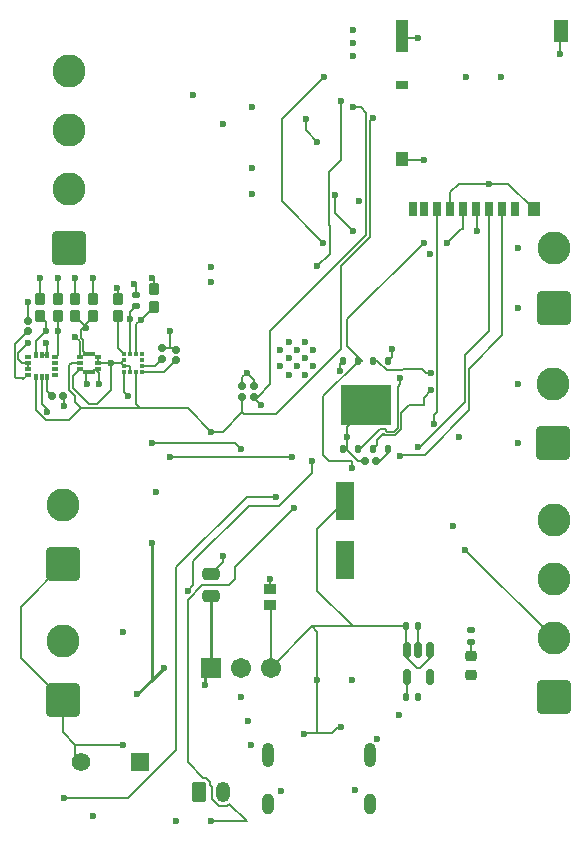
<source format=gbr>
G04 #@! TF.GenerationSoftware,KiCad,Pcbnew,9.0.3*
G04 #@! TF.CreationDate,2025-12-20T12:13:59-05:00*
G04 #@! TF.ProjectId,Experimental,45787065-7269-46d6-956e-74616c2e6b69,rev?*
G04 #@! TF.SameCoordinates,Original*
G04 #@! TF.FileFunction,Copper,L4,Bot*
G04 #@! TF.FilePolarity,Positive*
%FSLAX46Y46*%
G04 Gerber Fmt 4.6, Leading zero omitted, Abs format (unit mm)*
G04 Created by KiCad (PCBNEW 9.0.3) date 2025-12-20 12:13:59*
%MOMM*%
%LPD*%
G01*
G04 APERTURE LIST*
G04 Aperture macros list*
%AMRoundRect*
0 Rectangle with rounded corners*
0 $1 Rounding radius*
0 $2 $3 $4 $5 $6 $7 $8 $9 X,Y pos of 4 corners*
0 Add a 4 corners polygon primitive as box body*
4,1,4,$2,$3,$4,$5,$6,$7,$8,$9,$2,$3,0*
0 Add four circle primitives for the rounded corners*
1,1,$1+$1,$2,$3*
1,1,$1+$1,$4,$5*
1,1,$1+$1,$6,$7*
1,1,$1+$1,$8,$9*
0 Add four rect primitives between the rounded corners*
20,1,$1+$1,$2,$3,$4,$5,0*
20,1,$1+$1,$4,$5,$6,$7,0*
20,1,$1+$1,$6,$7,$8,$9,0*
20,1,$1+$1,$8,$9,$2,$3,0*%
G04 Aperture macros list end*
G04 #@! TA.AperFunction,SMDPad,CuDef*
%ADD10R,0.610000X0.350000*%
G04 #@! TD*
G04 #@! TA.AperFunction,SMDPad,CuDef*
%ADD11R,0.350000X0.610000*%
G04 #@! TD*
G04 #@! TA.AperFunction,HeatsinkPad*
%ADD12O,1.000000X2.100000*%
G04 #@! TD*
G04 #@! TA.AperFunction,HeatsinkPad*
%ADD13O,1.000000X1.800000*%
G04 #@! TD*
G04 #@! TA.AperFunction,ComponentPad*
%ADD14RoundRect,0.250000X-0.350000X-0.625000X0.350000X-0.625000X0.350000X0.625000X-0.350000X0.625000X0*%
G04 #@! TD*
G04 #@! TA.AperFunction,ComponentPad*
%ADD15O,1.200000X1.750000*%
G04 #@! TD*
G04 #@! TA.AperFunction,ComponentPad*
%ADD16RoundRect,0.250001X1.149999X-1.149999X1.149999X1.149999X-1.149999X1.149999X-1.149999X-1.149999X0*%
G04 #@! TD*
G04 #@! TA.AperFunction,ComponentPad*
%ADD17C,2.800000*%
G04 #@! TD*
G04 #@! TA.AperFunction,ComponentPad*
%ADD18R,1.575000X1.575000*%
G04 #@! TD*
G04 #@! TA.AperFunction,ComponentPad*
%ADD19C,1.575000*%
G04 #@! TD*
G04 #@! TA.AperFunction,HeatsinkPad*
%ADD20C,0.600000*%
G04 #@! TD*
G04 #@! TA.AperFunction,SMDPad,CuDef*
%ADD21RoundRect,0.158750X-0.158750X-0.158750X0.158750X-0.158750X0.158750X0.158750X-0.158750X0.158750X0*%
G04 #@! TD*
G04 #@! TA.AperFunction,SMDPad,CuDef*
%ADD22RoundRect,0.140000X0.140000X0.170000X-0.140000X0.170000X-0.140000X-0.170000X0.140000X-0.170000X0*%
G04 #@! TD*
G04 #@! TA.AperFunction,SMDPad,CuDef*
%ADD23RoundRect,0.116250X0.348750X-0.358750X0.348750X0.358750X-0.348750X0.358750X-0.348750X-0.358750X0*%
G04 #@! TD*
G04 #@! TA.AperFunction,SMDPad,CuDef*
%ADD24RoundRect,0.140000X0.170000X-0.140000X0.170000X0.140000X-0.170000X0.140000X-0.170000X-0.140000X0*%
G04 #@! TD*
G04 #@! TA.AperFunction,SMDPad,CuDef*
%ADD25RoundRect,0.015750X0.174250X-0.159250X0.174250X0.159250X-0.174250X0.159250X-0.174250X-0.159250X0*%
G04 #@! TD*
G04 #@! TA.AperFunction,SMDPad,CuDef*
%ADD26RoundRect,0.250000X-0.475000X0.250000X-0.475000X-0.250000X0.475000X-0.250000X0.475000X0.250000X0*%
G04 #@! TD*
G04 #@! TA.AperFunction,SMDPad,CuDef*
%ADD27RoundRect,0.116250X-0.348750X0.358750X-0.348750X-0.358750X0.348750X-0.358750X0.348750X0.358750X0*%
G04 #@! TD*
G04 #@! TA.AperFunction,SMDPad,CuDef*
%ADD28R,0.700000X1.200000*%
G04 #@! TD*
G04 #@! TA.AperFunction,SMDPad,CuDef*
%ADD29R,1.000000X0.800000*%
G04 #@! TD*
G04 #@! TA.AperFunction,SMDPad,CuDef*
%ADD30R,1.000000X1.200000*%
G04 #@! TD*
G04 #@! TA.AperFunction,SMDPad,CuDef*
%ADD31R,1.000000X2.800000*%
G04 #@! TD*
G04 #@! TA.AperFunction,SMDPad,CuDef*
%ADD32R,1.300000X1.900000*%
G04 #@! TD*
G04 #@! TA.AperFunction,ComponentPad*
%ADD33R,1.710000X1.710000*%
G04 #@! TD*
G04 #@! TA.AperFunction,ComponentPad*
%ADD34C,1.710000*%
G04 #@! TD*
G04 #@! TA.AperFunction,SMDPad,CuDef*
%ADD35RoundRect,0.158750X-0.158750X0.158750X-0.158750X-0.158750X0.158750X-0.158750X0.158750X0.158750X0*%
G04 #@! TD*
G04 #@! TA.AperFunction,SMDPad,CuDef*
%ADD36RoundRect,0.150000X-0.150000X0.512500X-0.150000X-0.512500X0.150000X-0.512500X0.150000X0.512500X0*%
G04 #@! TD*
G04 #@! TA.AperFunction,SMDPad,CuDef*
%ADD37RoundRect,0.158750X0.158750X-0.158750X0.158750X0.158750X-0.158750X0.158750X-0.158750X-0.158750X0*%
G04 #@! TD*
G04 #@! TA.AperFunction,SMDPad,CuDef*
%ADD38R,1.600000X3.200000*%
G04 #@! TD*
G04 #@! TA.AperFunction,SMDPad,CuDef*
%ADD39RoundRect,0.125000X0.125000X-0.200000X0.125000X0.200000X-0.125000X0.200000X-0.125000X-0.200000X0*%
G04 #@! TD*
G04 #@! TA.AperFunction,HeatsinkPad*
%ADD40R,4.300000X3.400000*%
G04 #@! TD*
G04 #@! TA.AperFunction,SMDPad,CuDef*
%ADD41R,0.375000X0.350000*%
G04 #@! TD*
G04 #@! TA.AperFunction,SMDPad,CuDef*
%ADD42R,0.350000X0.375000*%
G04 #@! TD*
G04 #@! TA.AperFunction,SMDPad,CuDef*
%ADD43RoundRect,0.135000X-0.185000X0.135000X-0.185000X-0.135000X0.185000X-0.135000X0.185000X0.135000X0*%
G04 #@! TD*
G04 #@! TA.AperFunction,SMDPad,CuDef*
%ADD44RoundRect,0.218750X0.256250X-0.218750X0.256250X0.218750X-0.256250X0.218750X-0.256250X-0.218750X0*%
G04 #@! TD*
G04 #@! TA.AperFunction,SMDPad,CuDef*
%ADD45R,1.020000X0.890000*%
G04 #@! TD*
G04 #@! TA.AperFunction,ViaPad*
%ADD46C,0.600000*%
G04 #@! TD*
G04 #@! TA.AperFunction,Conductor*
%ADD47C,0.150000*%
G04 #@! TD*
G04 #@! TA.AperFunction,Conductor*
%ADD48C,0.200000*%
G04 #@! TD*
G04 #@! TA.AperFunction,Conductor*
%ADD49C,0.250000*%
G04 #@! TD*
G04 APERTURE END LIST*
D10*
X101478400Y-81680000D03*
X101478400Y-81180000D03*
X101478400Y-80680000D03*
X101478400Y-80180000D03*
D11*
X102138400Y-80020000D03*
X102638400Y-80020000D03*
X103138400Y-80020000D03*
D10*
X103798400Y-80180000D03*
X103798400Y-80680000D03*
X103798400Y-81180000D03*
X103798400Y-81680000D03*
D11*
X103138400Y-81840000D03*
X102638400Y-81840000D03*
X102138400Y-81840000D03*
D12*
X121818400Y-113895000D03*
D13*
X121818400Y-118075000D03*
D12*
X130458400Y-113895000D03*
D13*
X130458400Y-118075000D03*
D14*
X116000000Y-117000000D03*
D15*
X118000000Y-117000000D03*
D16*
X145967500Y-87500000D03*
D17*
X145967500Y-82500000D03*
D16*
X146000000Y-76000000D03*
D17*
X146000000Y-71000000D03*
D18*
X111000000Y-114500000D03*
D19*
X106000000Y-114500000D03*
D20*
X122850000Y-79590000D03*
X122850000Y-80990000D03*
X123550000Y-78890000D03*
X123550000Y-80290000D03*
X123550000Y-81690000D03*
X124250000Y-79590000D03*
X124250000Y-80990000D03*
X124950000Y-78890000D03*
X124950000Y-80290000D03*
X124950000Y-81690000D03*
X125650000Y-79590000D03*
X125650000Y-80990000D03*
D16*
X104467500Y-109250000D03*
D17*
X104467500Y-104250000D03*
D16*
X146000000Y-109000000D03*
D17*
X146000000Y-104000000D03*
X146000000Y-99000000D03*
X146000000Y-94000000D03*
D16*
X105000000Y-71000000D03*
D17*
X105000000Y-66000000D03*
X105000000Y-61000000D03*
X105000000Y-56000000D03*
D16*
X104467500Y-97750000D03*
D17*
X104467500Y-92750000D03*
D21*
X112861600Y-80330000D03*
X112861600Y-79441000D03*
D22*
X134480000Y-103000000D03*
X133520000Y-103000000D03*
D23*
X107000000Y-76740000D03*
X107000000Y-75260000D03*
X109138400Y-76740000D03*
X109138400Y-75260000D03*
X112138400Y-75930000D03*
X112138400Y-74450000D03*
D24*
X110638400Y-75910000D03*
X110638400Y-74950000D03*
D25*
X106888400Y-81445000D03*
X106388400Y-81445000D03*
X105873400Y-81180000D03*
X105873400Y-80680000D03*
X105873400Y-80180000D03*
X106388400Y-79915000D03*
X106888400Y-79915000D03*
X107403400Y-80180000D03*
X107403400Y-80680000D03*
X107403400Y-81180000D03*
D26*
X117000000Y-98550000D03*
X117000000Y-100450000D03*
D21*
X120638400Y-83559000D03*
X120638400Y-82670000D03*
D27*
X104000000Y-75260000D03*
X104000000Y-76740000D03*
D28*
X142745000Y-67690000D03*
X141645000Y-67690000D03*
X140545000Y-67690000D03*
X139445000Y-67690000D03*
X138345000Y-67690000D03*
X137245000Y-67690000D03*
X136145000Y-67690000D03*
X135045000Y-67690000D03*
X134095000Y-67690000D03*
D29*
X133145000Y-57190000D03*
D30*
X133145000Y-63390000D03*
D31*
X133145000Y-53040000D03*
D30*
X144295000Y-67690000D03*
D32*
X146645000Y-52590000D03*
D33*
X116960000Y-106500000D03*
D34*
X119500000Y-106500000D03*
X122040000Y-106500000D03*
D35*
X103555500Y-83500000D03*
X104444500Y-83500000D03*
D36*
X133600000Y-105000000D03*
X134550000Y-105000000D03*
X135500000Y-105000000D03*
X135500000Y-107275000D03*
X133600000Y-107275000D03*
D21*
X119638400Y-83559000D03*
X119638400Y-82670000D03*
D37*
X130944500Y-89000000D03*
X130055500Y-89000000D03*
D21*
X101500000Y-78000000D03*
X101500000Y-77111000D03*
D23*
X105500000Y-76740000D03*
X105500000Y-75260000D03*
D21*
X114000000Y-80444500D03*
X114000000Y-79555500D03*
D22*
X134480000Y-109000000D03*
X133520000Y-109000000D03*
D38*
X128325000Y-97395000D03*
X128325000Y-92395000D03*
D39*
X131980000Y-88000000D03*
X130710000Y-88000000D03*
X129440000Y-88000000D03*
X128170000Y-88000000D03*
X128170000Y-80500000D03*
X129440000Y-80500000D03*
X130710000Y-80500000D03*
X131980000Y-80500000D03*
D40*
X130075000Y-84250000D03*
D41*
X109625900Y-81417500D03*
X109625900Y-80917500D03*
X109625900Y-80417500D03*
X109625900Y-79917500D03*
D42*
X110138400Y-79905000D03*
X110638400Y-79905000D03*
D41*
X111150900Y-79917500D03*
X111150900Y-80417500D03*
X111150900Y-80917500D03*
X111150900Y-81417500D03*
D42*
X110638400Y-81430000D03*
X110138400Y-81430000D03*
D43*
X139000000Y-103277500D03*
X139000000Y-104297500D03*
D44*
X139000000Y-107075000D03*
X139000000Y-105500000D03*
D27*
X102500000Y-75260000D03*
X102500000Y-76740000D03*
D45*
X122000000Y-99830000D03*
X122000000Y-101170000D03*
D46*
X101500000Y-79000000D03*
X103000000Y-79000000D03*
X107500000Y-82500000D03*
X119500000Y-109000000D03*
X125500000Y-89000000D03*
X115000000Y-100000000D03*
X122000000Y-99000000D03*
X117000000Y-119500000D03*
X124000000Y-93000000D03*
X113500000Y-88655000D03*
X123845000Y-88655000D03*
X122500000Y-92000000D03*
X104500000Y-117500000D03*
X114000000Y-119500000D03*
X103000000Y-78000000D03*
X118000000Y-60500000D03*
X109500000Y-113000000D03*
X107015000Y-119015000D03*
X143000000Y-87500000D03*
X143000000Y-82500000D03*
X143000000Y-76000000D03*
X143000000Y-71000000D03*
X138500000Y-96500000D03*
X138000000Y-87000000D03*
X137500000Y-94500000D03*
X135877354Y-85877354D03*
X124861400Y-112138600D03*
X126000000Y-107500000D03*
X128000000Y-111500000D03*
X113000000Y-106500000D03*
X110750000Y-108750000D03*
X116500000Y-108000000D03*
X112000000Y-95910500D03*
X120500000Y-59000000D03*
X109000000Y-74310000D03*
X112000000Y-73500000D03*
X139000000Y-107075000D03*
X107000000Y-73500000D03*
X118000000Y-97000000D03*
X105500000Y-78500000D03*
X134500000Y-53216359D03*
X104000000Y-73500000D03*
X120357000Y-113000000D03*
X105500000Y-73500000D03*
X108500000Y-80680000D03*
X129191700Y-116808300D03*
X131000000Y-112500000D03*
X128950000Y-107500000D03*
X128500000Y-87000000D03*
X129000000Y-52500000D03*
X109500000Y-103500000D03*
X135000000Y-63500000D03*
X120100000Y-111000000D03*
X134550000Y-105000000D03*
X115500000Y-58000000D03*
X112337500Y-91645000D03*
X141500000Y-56500000D03*
X122946700Y-116946700D03*
X134480000Y-109000000D03*
X120500000Y-66400000D03*
X129500000Y-67000000D03*
X132900000Y-110500000D03*
X140500000Y-65500000D03*
X128325000Y-97395000D03*
X120500000Y-64200000D03*
X117000000Y-72570000D03*
X138550000Y-56500000D03*
X135500000Y-71500000D03*
X102500000Y-73500000D03*
X110500000Y-74000000D03*
X146500000Y-54500000D03*
X104000000Y-78000000D03*
X104500000Y-84350354D03*
X132310000Y-79500000D03*
X139000000Y-103277500D03*
X133600000Y-107275000D03*
X111034200Y-77034200D03*
X120000000Y-81500000D03*
X101500000Y-75500000D03*
X117000000Y-73840000D03*
X106388400Y-77760000D03*
X129000000Y-53600000D03*
X139500000Y-69500000D03*
X129000000Y-54700000D03*
X110138400Y-77000000D03*
X113500000Y-78000000D03*
X129000000Y-59000000D03*
X112000000Y-87500000D03*
X121250000Y-84250000D03*
X119500000Y-88000000D03*
X106500000Y-82500000D03*
X110000000Y-83500000D03*
X103122646Y-84877354D03*
X130671000Y-59973000D03*
X117000000Y-86500000D03*
X127877354Y-81377354D03*
X135618000Y-83000000D03*
X126556879Y-56500000D03*
X126500000Y-70500000D03*
X126000000Y-72500000D03*
X128000000Y-58500000D03*
X137000000Y-70500000D03*
X135000000Y-70500000D03*
X128925000Y-89575000D03*
X132971290Y-88528709D03*
X135618000Y-81500000D03*
X126000000Y-62000000D03*
X127500000Y-66500000D03*
X129000000Y-69500000D03*
X125000000Y-60000000D03*
X133000000Y-82000000D03*
X134527646Y-87782354D03*
D47*
X101079200Y-82079200D02*
X101000000Y-82000000D01*
X101000000Y-82000000D02*
X100500000Y-82000000D01*
X101478400Y-81680000D02*
X101079200Y-82079200D01*
X100500000Y-82000000D02*
X100376000Y-81876000D01*
X100376000Y-81876000D02*
X100376000Y-79124000D01*
X100376000Y-79124000D02*
X101500000Y-78000000D01*
X106388400Y-79915000D02*
X106151400Y-79678000D01*
X106151400Y-78758248D02*
X106003000Y-78609848D01*
X106000000Y-77888400D02*
X106388400Y-77500000D01*
X106151400Y-79678000D02*
X106151400Y-78758248D01*
X106003000Y-78609848D02*
X106003000Y-78291650D01*
X106003000Y-78291650D02*
X106000000Y-78288650D01*
X106000000Y-78288650D02*
X106000000Y-77888400D01*
D48*
X135500000Y-105000000D02*
X135500000Y-105662499D01*
X135500000Y-105662499D02*
X134662499Y-106500000D01*
X134662499Y-106500000D02*
X134437501Y-106500000D01*
X134437501Y-106500000D02*
X133600000Y-105662499D01*
X133600000Y-105662499D02*
X133600000Y-105000000D01*
X141645000Y-78355000D02*
X141645000Y-67690000D01*
X138828000Y-81172000D02*
X141645000Y-78355000D01*
X138828000Y-84708138D02*
X138828000Y-81172000D01*
X133028000Y-88472000D02*
X135064138Y-88472000D01*
X135064138Y-88472000D02*
X138828000Y-84708138D01*
D47*
X101478400Y-80680000D02*
X100966400Y-80680000D01*
X100966400Y-80680000D02*
X100654000Y-80367600D01*
X100654000Y-80367600D02*
X100654000Y-79846000D01*
X100654000Y-79846000D02*
X101500000Y-79000000D01*
X103122646Y-84877354D02*
X103122646Y-84622646D01*
X103122646Y-84622646D02*
X102638400Y-84138400D01*
X102638400Y-84138400D02*
X102638400Y-81840000D01*
X105500000Y-84000000D02*
X105500000Y-83500000D01*
X105500000Y-83500000D02*
X105000000Y-83000000D01*
X105000000Y-83000000D02*
X105000000Y-80860000D01*
X106000000Y-84500000D02*
X105500000Y-84000000D01*
X105000000Y-80860000D02*
X105180000Y-80680000D01*
X105180000Y-80680000D02*
X105873400Y-80680000D01*
X105873400Y-81180000D02*
X105278000Y-81775400D01*
X105278000Y-81775400D02*
X105278000Y-82778000D01*
X105278000Y-82778000D02*
X106672000Y-84172000D01*
X106672000Y-84172000D02*
X107328000Y-84172000D01*
X107328000Y-84172000D02*
X108500000Y-83000000D01*
X108500000Y-83000000D02*
X108500000Y-80680000D01*
X102638400Y-80020000D02*
X103138400Y-80020000D01*
X103138400Y-80020000D02*
X103138400Y-79138400D01*
X103138400Y-79138400D02*
X103000000Y-79000000D01*
X101478400Y-81180000D02*
X101478400Y-80680000D01*
X103138400Y-81840000D02*
X103138400Y-83082900D01*
X103138400Y-83082900D02*
X103555500Y-83500000D01*
X107500000Y-81526600D02*
X107500000Y-82500000D01*
X107153400Y-81180000D02*
X107500000Y-81526600D01*
X107403400Y-81180000D02*
X107153400Y-81180000D01*
X107153400Y-81180000D02*
X106888400Y-81445000D01*
X106470400Y-79997000D02*
X106388400Y-79915000D01*
D48*
X105500000Y-113000000D02*
X105500000Y-114000000D01*
X105500000Y-114000000D02*
X106000000Y-114500000D01*
X128000000Y-111500000D02*
X127718400Y-111500000D01*
X127218400Y-112000000D02*
X126000000Y-112000000D01*
X127718400Y-111500000D02*
X127218400Y-112000000D01*
X115000000Y-102000000D02*
X115000000Y-100750000D01*
X115000000Y-100750000D02*
X116250000Y-99500000D01*
X116250000Y-99500000D02*
X118500000Y-99500000D01*
X118500000Y-99500000D02*
X119000000Y-99000000D01*
X119000000Y-99000000D02*
X119000000Y-98000000D01*
X131980000Y-88330000D02*
X131980000Y-88000000D01*
X131655000Y-88655000D02*
X131980000Y-88330000D01*
X135618000Y-83000000D02*
X135000000Y-83618000D01*
X135000000Y-83618000D02*
X135000000Y-83753295D01*
X135000000Y-83753295D02*
X135028000Y-83781295D01*
X132596862Y-86828000D02*
X131598000Y-86828000D01*
X135028000Y-83781295D02*
X135028000Y-84218705D01*
X133111000Y-84889000D02*
X133111000Y-86313862D01*
X131598000Y-86828000D02*
X131598000Y-86635862D01*
X135000000Y-84246705D02*
X133753295Y-84246705D01*
X135028000Y-84218705D02*
X135000000Y-84246705D01*
X133111000Y-86313862D02*
X132596862Y-86828000D01*
X133753295Y-84246705D02*
X133111000Y-84889000D01*
X131598000Y-86635862D02*
X131040000Y-87193862D01*
X131040000Y-87670000D02*
X130710000Y-88000000D01*
X131040000Y-87193862D02*
X131040000Y-87670000D01*
X133000000Y-82000000D02*
X133000000Y-82500000D01*
X132783000Y-82717000D02*
X132783000Y-86178000D01*
X131733862Y-86307862D02*
X131327138Y-86307862D01*
X132783000Y-86178000D02*
X132461000Y-86500000D01*
X131327138Y-86307862D02*
X129635000Y-88000000D01*
X132461000Y-86500000D02*
X131926000Y-86500000D01*
X133000000Y-82500000D02*
X132783000Y-82717000D01*
X129635000Y-88000000D02*
X129440000Y-88000000D01*
X131926000Y-86500000D02*
X131733862Y-86307862D01*
X128170000Y-88000000D02*
X128419999Y-88000000D01*
X129419999Y-89000000D02*
X130055500Y-89000000D01*
X128419999Y-88000000D02*
X129419999Y-89000000D01*
X135156000Y-81500000D02*
X134828000Y-81172000D01*
X133328000Y-81172000D02*
X133172000Y-81328000D01*
X135618000Y-81500000D02*
X135156000Y-81500000D01*
X134828000Y-81172000D02*
X133328000Y-81172000D01*
X133172000Y-81328000D02*
X131868000Y-81328000D01*
X131868000Y-81328000D02*
X131040000Y-80500000D01*
X131040000Y-80500000D02*
X130710000Y-80500000D01*
X132310000Y-79500000D02*
X132310000Y-80170000D01*
X132310000Y-80170000D02*
X131980000Y-80500000D01*
X129770000Y-80500000D02*
X129440000Y-80500000D01*
X127877354Y-81377354D02*
X127877354Y-80792646D01*
X127877354Y-80792646D02*
X128170000Y-80500000D01*
X140500000Y-65500000D02*
X138000000Y-65500000D01*
X137245000Y-66255000D02*
X137245000Y-67690000D01*
X138000000Y-65500000D02*
X137245000Y-66255000D01*
X122000000Y-82500000D02*
X120941000Y-83559000D01*
X120941000Y-83559000D02*
X120638400Y-83559000D01*
X122000000Y-78000000D02*
X122000000Y-82500000D01*
X129000000Y-59000000D02*
X129651862Y-59000000D01*
X130144000Y-69856000D02*
X122000000Y-78000000D01*
X129651862Y-59000000D02*
X130144000Y-59492138D01*
X130144000Y-59492138D02*
X130144000Y-69856000D01*
X119000000Y-98000000D02*
X124000000Y-93000000D01*
X118524603Y-118024603D02*
X118373206Y-118176000D01*
X117099000Y-117648206D02*
X117099000Y-116599000D01*
X118373206Y-118176000D02*
X117626794Y-118176000D01*
X117000000Y-119500000D02*
X120000000Y-119500000D01*
X117626794Y-118176000D02*
X117099000Y-117648206D01*
X117099000Y-116599000D02*
X116901000Y-116401000D01*
X120000000Y-119500000D02*
X118524603Y-118024603D01*
X116901000Y-116139840D02*
X116585160Y-115824000D01*
X116585160Y-115824000D02*
X116324000Y-115824000D01*
X116901000Y-116401000D02*
X116901000Y-116139840D01*
X116324000Y-115824000D02*
X115000000Y-114500000D01*
X115000000Y-114500000D02*
X115000000Y-102000000D01*
X124919800Y-112138600D02*
X125058400Y-112000000D01*
X125058400Y-112000000D02*
X126000000Y-112000000D01*
X124861400Y-112138600D02*
X124919800Y-112138600D01*
X125500000Y-90000000D02*
X125500000Y-89000000D01*
X122718705Y-92781295D02*
X125500000Y-90000000D01*
X120218705Y-92781295D02*
X122718705Y-92781295D01*
X115500000Y-97500000D02*
X120218705Y-92781295D01*
X115000000Y-100000000D02*
X115500000Y-99500000D01*
X115500000Y-99500000D02*
X115500000Y-97500000D01*
X104500000Y-117500000D02*
X110000000Y-117500000D01*
X110000000Y-117500000D02*
X114000000Y-113500000D01*
X114000000Y-98000000D02*
X120000000Y-92000000D01*
X114000000Y-113500000D02*
X114000000Y-98000000D01*
X120000000Y-92000000D02*
X122500000Y-92000000D01*
X122000000Y-99830000D02*
X122000000Y-99000000D01*
X127000000Y-89000000D02*
X126500000Y-88500000D01*
X129770000Y-80500000D02*
X129500000Y-80500000D01*
X129500000Y-80500000D02*
X126500000Y-83500000D01*
X127000000Y-89000000D02*
X128925000Y-89000000D01*
X126500000Y-83500000D02*
X126500000Y-88500000D01*
X128925000Y-89000000D02*
X128925000Y-89575000D01*
X123845000Y-88655000D02*
X113500000Y-88655000D01*
X130472000Y-69991862D02*
X128000000Y-72463862D01*
X130671000Y-59973000D02*
X130472000Y-60172000D01*
X128000000Y-72463862D02*
X128000000Y-79500000D01*
X130472000Y-60172000D02*
X130472000Y-69991862D01*
X122500000Y-85000000D02*
X119776800Y-85000000D01*
X128000000Y-79500000D02*
X122500000Y-85000000D01*
X119776800Y-85000000D02*
X119638400Y-84861600D01*
X135000000Y-63500000D02*
X133255000Y-63500000D01*
X133255000Y-63500000D02*
X133145000Y-63390000D01*
X134500000Y-53216359D02*
X133321359Y-53216359D01*
X133321359Y-53216359D02*
X133145000Y-53040000D01*
X146500000Y-54500000D02*
X146500000Y-52735000D01*
X146500000Y-52735000D02*
X146645000Y-52590000D01*
X139500000Y-69500000D02*
X139500000Y-67745000D01*
X139500000Y-67745000D02*
X139445000Y-67690000D01*
X136145000Y-84855000D02*
X136145000Y-67690000D01*
X135877354Y-85877354D02*
X135877354Y-85122646D01*
X135877354Y-85122646D02*
X136145000Y-84855000D01*
X128500000Y-87000000D02*
X128500000Y-86155000D01*
X128500000Y-86155000D02*
X130405000Y-84250000D01*
X128500000Y-87000000D02*
X128500000Y-88000000D01*
D47*
X112138400Y-74450000D02*
X112138400Y-73638400D01*
X112138400Y-73638400D02*
X112000000Y-73500000D01*
X110638400Y-74950000D02*
X110638400Y-74138400D01*
X110638400Y-74138400D02*
X110500000Y-74000000D01*
X109138400Y-75260000D02*
X109138400Y-74448400D01*
X109138400Y-74448400D02*
X109000000Y-74310000D01*
X110138400Y-77000000D02*
X110138400Y-76410000D01*
X110138400Y-76410000D02*
X110638400Y-75910000D01*
X111034200Y-77034200D02*
X110638400Y-77430000D01*
X110638400Y-77430000D02*
X110638400Y-79905000D01*
X111034200Y-77034200D02*
X112138400Y-75930000D01*
X110138400Y-77000000D02*
X110138400Y-79905000D01*
X106388400Y-77760000D02*
X106388400Y-77628400D01*
X106388400Y-77628400D02*
X105500000Y-76740000D01*
X106388400Y-77760000D02*
X106388400Y-77351600D01*
X106388400Y-77351600D02*
X107000000Y-76740000D01*
X104000000Y-76740000D02*
X104000000Y-78000000D01*
X103000000Y-78000000D02*
X102138400Y-78861600D01*
X102138400Y-78861600D02*
X102138400Y-80020000D01*
X103000000Y-78000000D02*
X103000000Y-77240000D01*
X103000000Y-77240000D02*
X102500000Y-76740000D01*
X101500000Y-75500000D02*
X101500000Y-77111000D01*
X102500000Y-73500000D02*
X102500000Y-75260000D01*
X104000000Y-73500000D02*
X104000000Y-75260000D01*
X105500000Y-73500000D02*
X105500000Y-75260000D01*
X107000000Y-73500000D02*
X107000000Y-75260000D01*
X104500000Y-84350354D02*
X104500000Y-83555500D01*
X104500000Y-83555500D02*
X104444500Y-83500000D01*
D49*
X112000000Y-107500000D02*
X112000000Y-95910500D01*
D48*
X118000000Y-97000000D02*
X118000000Y-97550000D01*
X118000000Y-97550000D02*
X117000000Y-98550000D01*
X109500000Y-113000000D02*
X105500000Y-113000000D01*
X105500000Y-113000000D02*
X104467500Y-111967500D01*
X104467500Y-111967500D02*
X104467500Y-109250000D01*
D49*
X110750000Y-108750000D02*
X112000000Y-107500000D01*
D48*
X138500000Y-96500000D02*
X146000000Y-104000000D01*
X126000000Y-94720000D02*
X128325000Y-92395000D01*
X126000000Y-100000000D02*
X126000000Y-94720000D01*
X126000000Y-103460000D02*
X125540000Y-103000000D01*
X133520000Y-104920000D02*
X133600000Y-105000000D01*
X129000000Y-103000000D02*
X125540000Y-103000000D01*
X129000000Y-103000000D02*
X126000000Y-100000000D01*
X133520000Y-103000000D02*
X133520000Y-104920000D01*
X122040000Y-101210000D02*
X122000000Y-101170000D01*
X126000000Y-107500000D02*
X126000000Y-103460000D01*
X125540000Y-103000000D02*
X122040000Y-106500000D01*
X133520000Y-103000000D02*
X129000000Y-103000000D01*
X126000000Y-112000000D02*
X126000000Y-107500000D01*
X122040000Y-106500000D02*
X122040000Y-101210000D01*
D49*
X116500000Y-108000000D02*
X116500000Y-106960000D01*
X116500000Y-106960000D02*
X116960000Y-106500000D01*
X116960000Y-106040000D02*
X117000000Y-106000000D01*
X116960000Y-106500000D02*
X116960000Y-106040000D01*
X112000000Y-107500000D02*
X113000000Y-106500000D01*
X117000000Y-106000000D02*
X117000000Y-100450000D01*
D48*
X134550000Y-103070000D02*
X134480000Y-103000000D01*
X144295000Y-67690000D02*
X142105000Y-65500000D01*
D47*
X110138400Y-81430000D02*
X110138400Y-81042500D01*
D48*
X100901000Y-101316500D02*
X100901000Y-105683500D01*
D47*
X108500000Y-80680000D02*
X107403400Y-80680000D01*
X110138400Y-81042500D02*
X110013400Y-80917500D01*
D48*
X130055500Y-89000000D02*
X129942318Y-89000000D01*
D47*
X109625900Y-80442500D02*
X109388400Y-80680000D01*
D48*
X134550000Y-105000000D02*
X134550000Y-103070000D01*
D47*
X109625900Y-80417500D02*
X109625900Y-80442500D01*
D48*
X102608750Y-107391250D02*
X105000000Y-109782500D01*
D47*
X105873400Y-78873400D02*
X105500000Y-78500000D01*
X110013400Y-80917500D02*
X109625900Y-80917500D01*
D48*
X104467500Y-97750000D02*
X100901000Y-101316500D01*
D47*
X107403400Y-80680000D02*
X107403400Y-80180000D01*
D48*
X142105000Y-65500000D02*
X140500000Y-65500000D01*
D47*
X109625900Y-80917500D02*
X109388400Y-80680000D01*
X105873400Y-80180000D02*
X105873400Y-78873400D01*
D48*
X100901000Y-105683500D02*
X102608750Y-107391250D01*
X102608750Y-107391250D02*
X104467500Y-109250000D01*
D47*
X109388400Y-80680000D02*
X108500000Y-80680000D01*
X112861600Y-79441000D02*
X113500000Y-79441000D01*
X113885500Y-79441000D02*
X114000000Y-79555500D01*
X104000000Y-76500000D02*
X104000000Y-79978400D01*
D48*
X133600000Y-107275000D02*
X133600000Y-108920000D01*
X120638400Y-82670000D02*
X120638400Y-82138400D01*
D47*
X113500000Y-79441000D02*
X113500000Y-78000000D01*
X113500000Y-79441000D02*
X113885500Y-79441000D01*
D48*
X119638400Y-81861600D02*
X119638400Y-82670000D01*
X120638400Y-82138400D02*
X120000000Y-81500000D01*
X120000000Y-81500000D02*
X119638400Y-81861600D01*
D47*
X104000000Y-79978400D02*
X103798400Y-80180000D01*
D48*
X133600000Y-108920000D02*
X133520000Y-109000000D01*
X120638400Y-83638400D02*
X121250000Y-84250000D01*
D47*
X106388400Y-81445000D02*
X106388400Y-82388400D01*
D48*
X120638400Y-83559000D02*
X120638400Y-83638400D01*
D47*
X109625900Y-83125900D02*
X110000000Y-83500000D01*
X106388400Y-82388400D02*
X106500000Y-82500000D01*
D48*
X112000000Y-87500000D02*
X119000000Y-87500000D01*
X119000000Y-87500000D02*
X119500000Y-88000000D01*
D47*
X109625900Y-81417500D02*
X109625900Y-83125900D01*
X105000000Y-85500000D02*
X106000000Y-84500000D01*
D48*
X115000000Y-84500000D02*
X117000000Y-86500000D01*
X119638400Y-84861600D02*
X119638400Y-83559000D01*
X117000000Y-86500000D02*
X118000000Y-86500000D01*
D47*
X110638400Y-84138400D02*
X111000000Y-84500000D01*
D48*
X118000000Y-86500000D02*
X119638400Y-84861600D01*
D47*
X111000000Y-84500000D02*
X115000000Y-84500000D01*
X102138400Y-84638400D02*
X103000000Y-85500000D01*
X110638400Y-81430000D02*
X110638400Y-84138400D01*
X106000000Y-84500000D02*
X111000000Y-84500000D01*
X103000000Y-85500000D02*
X105000000Y-85500000D01*
X102138400Y-81840000D02*
X102138400Y-84638400D01*
X112861600Y-80330000D02*
X112274100Y-80917500D01*
X112274100Y-80917500D02*
X111150900Y-80917500D01*
X109138400Y-79430000D02*
X109138400Y-76740000D01*
X109138400Y-79430000D02*
X109625900Y-79917500D01*
X113027000Y-81417500D02*
X111150900Y-81417500D01*
X114000000Y-80444500D02*
X113027000Y-81417500D01*
D48*
X139000000Y-105500000D02*
X139000000Y-104297500D01*
X123000000Y-67000000D02*
X123000000Y-60056879D01*
X126500000Y-70500000D02*
X123000000Y-67000000D01*
X123000000Y-60056879D02*
X126556879Y-56500000D01*
X126972000Y-68972000D02*
X126972000Y-64528000D01*
X128000000Y-63500000D02*
X128000000Y-58500000D01*
X127028000Y-71472000D02*
X127028000Y-69028000D01*
X126000000Y-72500000D02*
X127028000Y-71472000D01*
X127028000Y-69028000D02*
X126972000Y-68972000D01*
X126972000Y-64528000D02*
X128000000Y-63500000D01*
X128500000Y-77000000D02*
X135000000Y-70500000D01*
X138155000Y-69345000D02*
X137000000Y-70500000D01*
X129770000Y-80500000D02*
X128500000Y-79230000D01*
X138345000Y-69345000D02*
X138155000Y-69345000D01*
X128500000Y-79230000D02*
X128500000Y-77000000D01*
X138345000Y-67690000D02*
X138345000Y-69345000D01*
X127500000Y-68000000D02*
X129000000Y-69500000D01*
X125000000Y-60000000D02*
X125000000Y-61000000D01*
X125000000Y-61000000D02*
X126000000Y-62000000D01*
X127500000Y-66500000D02*
X127500000Y-68000000D01*
X138500000Y-80000000D02*
X140545000Y-77955000D01*
X134527646Y-87782354D02*
X134717646Y-87782354D01*
X138500000Y-84000000D02*
X138500000Y-80000000D01*
X140545000Y-77955000D02*
X140545000Y-67690000D01*
X134717646Y-87782354D02*
X138500000Y-84000000D01*
X131310000Y-89000000D02*
X131655000Y-88655000D01*
X130944500Y-89000000D02*
X131310000Y-89000000D01*
M02*

</source>
